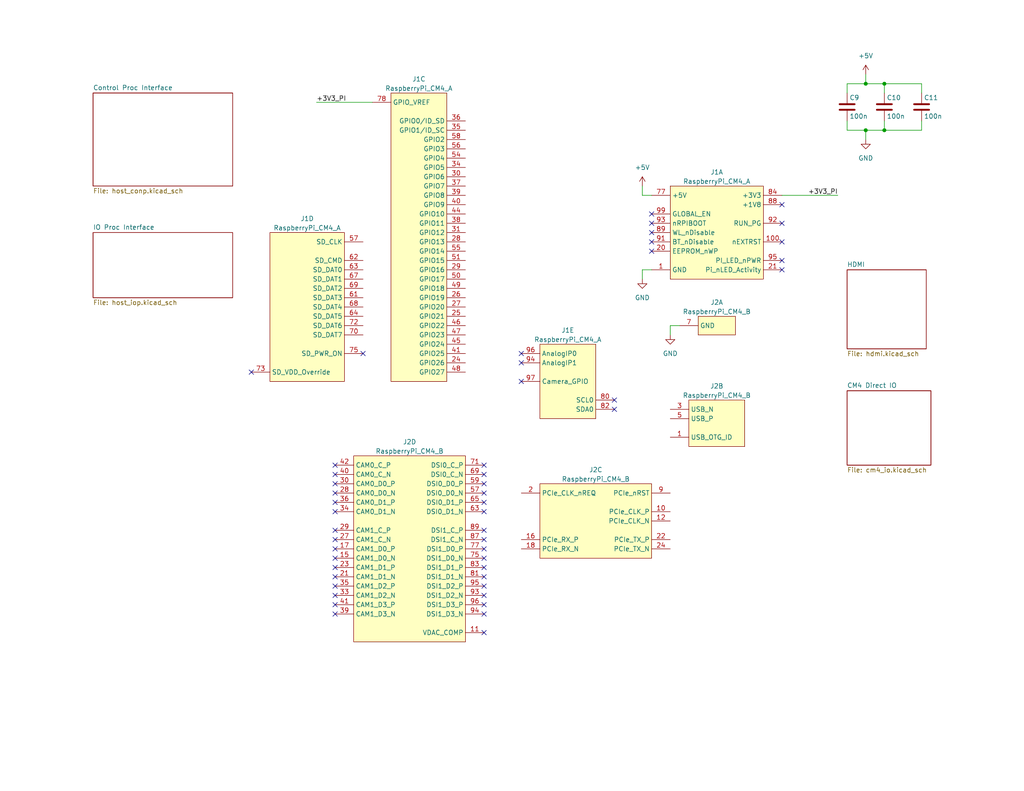
<source format=kicad_sch>
(kicad_sch (version 20211123) (generator eeschema)
  (paper "USLetter")
  (title_block (title "1240-Pi ROM Pack") (date "2022-05-21") (rev "1.0") (company "© 2022 Sam Hanes, licensed under CERN-OHL-S v2+") (comment 1 "https://github.com/Elemecca/1240pi"))
  (lib_symbols
    (symbol "0Local:RaspberryPi_CM4_A"
      (property "Reference" "J" (at 0 3.81 0))
      (property "Value" "RaspberryPi_CM4_A" (at 0 1.27 0))
      (symbol "RaspberryPi_CM4_A_1_1"
        (rectangle (start -12.7 0) (end 12.7 -25.4) (fill (type background)))
        (pin power_in line (at -17.78 -22.86 0) (length 5.08) (name "GND") (number "1"))
        (pin output line (at 17.78 -15.24 180) (length 5.08) (name "nEXTRST") (number "100"))
        (pin passive line (at -17.78 -22.86 0) (length 5.08) hide (name "GND") (number "13"))
        (pin passive line (at -17.78 -22.86 0) (length 5.08) hide (name "GND") (number "14"))
        (pin passive line (at -17.78 -22.86 0) (length 5.08) hide (name "GND") (number "2"))
        (pin input line (at -17.78 -17.78 0) (length 5.08) (name "EEPROM_nWP") (number "20"))
        (pin output line (at 17.78 -22.86 180) (length 5.08) (name "Pi_nLED_Activity") (number "21"))
        (pin passive line (at -17.78 -22.86 0) (length 5.08) hide (name "GND") (number "22"))
        (pin passive line (at -17.78 -22.86 0) (length 5.08) hide (name "GND") (number "23"))
        (pin passive line (at -17.78 -22.86 0) (length 5.08) hide (name "GND") (number "32"))
        (pin passive line (at -17.78 -22.86 0) (length 5.08) hide (name "GND") (number "33"))
        (pin passive line (at -17.78 -22.86 0) (length 5.08) hide (name "GND") (number "42"))
        (pin passive line (at -17.78 -22.86 0) (length 5.08) hide (name "GND") (number "43"))
        (pin passive line (at -17.78 -22.86 0) (length 5.08) hide (name "GND") (number "52"))
        (pin passive line (at -17.78 -22.86 0) (length 5.08) hide (name "GND") (number "53"))
        (pin passive line (at -17.78 -22.86 0) (length 5.08) hide (name "GND") (number "59"))
        (pin passive line (at -17.78 -22.86 0) (length 5.08) hide (name "GND") (number "60"))
        (pin passive line (at -17.78 -22.86 0) (length 5.08) hide (name "GND") (number "65"))
        (pin passive line (at -17.78 -22.86 0) (length 5.08) hide (name "GND") (number "66"))
        (pin passive line (at -17.78 -22.86 0) (length 5.08) hide (name "GND") (number "7"))
        (pin passive line (at -17.78 -22.86 0) (length 5.08) hide (name "GND") (number "71"))
        (pin passive line (at -17.78 -22.86 0) (length 5.08) hide (name "GND") (number "74"))
        (pin power_in line (at -17.78 -2.54 0) (length 5.08) (name "+5V") (number "77"))
        (pin passive line (at -17.78 -2.54 0) (length 5.08) hide (name "+5V") (number "79"))
        (pin passive line (at -17.78 -22.86 0) (length 5.08) hide (name "GND") (number "8"))
        (pin passive line (at -17.78 -2.54 0) (length 5.08) hide (name "+5V") (number "81"))
        (pin passive line (at -17.78 -2.54 0) (length 5.08) hide (name "+5V") (number "83"))
        (pin power_out line (at 17.78 -2.54 180) (length 5.08) (name "+3V3") (number "84"))
        (pin passive line (at -17.78 -2.54 0) (length 5.08) hide (name "+5V") (number "85"))
        (pin power_out line (at 17.78 -2.54 180) (length 5.08) hide (name "+3V3") (number "86"))
        (pin passive line (at -17.78 -2.54 0) (length 5.08) hide (name "+5V") (number "87"))
        (pin power_out line (at 17.78 -5.08 180) (length 5.08) (name "+1V8") (number "88"))
        (pin input line (at -17.78 -12.7 0) (length 5.08) (name "WL_nDisable") (number "89"))
        (pin power_out line (at 17.78 -5.08 180) (length 5.08) hide (name "+1V8") (number "90"))
        (pin input line (at -17.78 -15.24 0) (length 5.08) (name "BT_nDisable") (number "91"))
        (pin bidirectional line (at 17.78 -10.16 180) (length 5.08) (name "RUN_PG") (number "92"))
        (pin input line (at -17.78 -10.16 0) (length 5.08) (name "nRPIBOOT") (number "93"))
        (pin output line (at 17.78 -20.32 180) (length 5.08) (name "PI_LED_nPWR") (number "95"))
        (pin passive line (at -17.78 -22.86 0) (length 5.08) hide (name "GND") (number "98"))
        (pin input line (at -17.78 -7.62 0) (length 5.08) (name "GLOBAL_EN") (number "99"))
      )
      (symbol "RaspberryPi_CM4_A_2_1"
        (rectangle (start -10.16 0) (end 10.16 -40.64) (fill (type background)))
        (pin bidirectional line (at 15.24 -5.08 180) (length 5.08) (name "Ethernet_Pair0_N") (number "10"))
        (pin bidirectional line (at 15.24 -12.7 180) (length 5.08) (name "Ethernet_Pair2_P") (number "11"))
        (pin bidirectional line (at 15.24 -2.54 180) (length 5.08) (name "Ethernet_Pair0_P") (number "12"))
        (pin output line (at 15.24 -30.48 180) (length 5.08) (name "Ethernet_nLED3") (number "15"))
        (pin input line (at 15.24 -35.56 180) (length 5.08) (name "Ethernet_SYNC_IN") (number "16"))
        (pin output line (at 15.24 -27.94 180) (length 5.08) (name "Ethernet_nLED2") (number "17"))
        (pin output line (at 15.24 -38.1 180) (length 5.08) (name "Ethernet_SYNC_OUT") (number "18"))
        (pin output line (at 15.24 -25.4 180) (length 5.08) (name "Ethernet_nLED1") (number "19"))
        (pin bidirectional line (at 15.24 -17.78 180) (length 5.08) (name "Ethernet_Pair3_P") (number "3"))
        (pin bidirectional line (at 15.24 -7.62 180) (length 5.08) (name "Ethernet_Pair1_P") (number "4"))
        (pin bidirectional line (at 15.24 -20.32 180) (length 5.08) (name "Ethernet_Pair3_N") (number "5"))
        (pin bidirectional line (at 15.24 -10.16 180) (length 5.08) (name "Ethernet_Pair1_N") (number "6"))
        (pin bidirectional line (at 15.24 -15.24 180) (length 5.08) (name "Ethernet_Pair2_N") (number "9"))
      )
      (symbol "RaspberryPi_CM4_A_3_1"
        (rectangle (start -7.62 0) (end 7.62 -78.74) (fill (type background)))
        (pin tri_state line (at 12.7 -73.66 180) (length 5.08) (name "GPIO26") (number "24"))
        (pin tri_state line (at 12.7 -60.96 180) (length 5.08) (name "GPIO21") (number "25"))
        (pin tri_state line (at 12.7 -55.88 180) (length 5.08) (name "GPIO19") (number "26"))
        (pin tri_state line (at 12.7 -58.42 180) (length 5.08) (name "GPIO20") (number "27"))
        (pin tri_state line (at 12.7 -40.64 180) (length 5.08) (name "GPIO13") (number "28"))
        (pin tri_state line (at 12.7 -48.26 180) (length 5.08) (name "GPIO16") (number "29"))
        (pin tri_state line (at 12.7 -22.86 180) (length 5.08) (name "GPIO6") (number "30"))
        (pin tri_state line (at 12.7 -38.1 180) (length 5.08) (name "GPIO12") (number "31"))
        (pin tri_state line (at 12.7 -20.32 180) (length 5.08) (name "GPIO5") (number "34"))
        (pin tri_state line (at 12.7 -10.16 180) (length 5.08) (name "GPIO1/ID_SC") (number "35"))
        (pin tri_state line (at 12.7 -7.62 180) (length 5.08) (name "GPIO0/ID_SD") (number "36"))
        (pin tri_state line (at 12.7 -25.4 180) (length 5.08) (name "GPIO7") (number "37"))
        (pin tri_state line (at 12.7 -35.56 180) (length 5.08) (name "GPIO11") (number "38"))
        (pin tri_state line (at 12.7 -27.94 180) (length 5.08) (name "GPIO8") (number "39"))
        (pin tri_state line (at 12.7 -30.48 180) (length 5.08) (name "GPIO9") (number "40"))
        (pin tri_state line (at 12.7 -71.12 180) (length 5.08) (name "GPIO25") (number "41"))
        (pin tri_state line (at 12.7 -33.02 180) (length 5.08) (name "GPIO10") (number "44"))
        (pin tri_state line (at 12.7 -68.58 180) (length 5.08) (name "GPIO24") (number "45"))
        (pin tri_state line (at 12.7 -63.5 180) (length 5.08) (name "GPIO22") (number "46"))
        (pin tri_state line (at 12.7 -66.04 180) (length 5.08) (name "GPIO23") (number "47"))
        (pin tri_state line (at 12.7 -76.2 180) (length 5.08) (name "GPIO27") (number "48"))
        (pin tri_state line (at 12.7 -53.34 180) (length 5.08) (name "GPIO18") (number "49"))
        (pin tri_state line (at 12.7 -50.8 180) (length 5.08) (name "GPIO17") (number "50"))
        (pin tri_state line (at 12.7 -45.72 180) (length 5.08) (name "GPIO15") (number "51"))
        (pin tri_state line (at 12.7 -17.78 180) (length 5.08) (name "GPIO4") (number "54"))
        (pin tri_state line (at 12.7 -43.18 180) (length 5.08) (name "GPIO14") (number "55"))
        (pin tri_state line (at 12.7 -15.24 180) (length 5.08) (name "GPIO3") (number "56"))
        (pin tri_state line (at 12.7 -12.7 180) (length 5.08) (name "GPIO2") (number "58"))
        (pin power_in line (at -12.7 -2.54 0) (length 5.08) (name "GPIO_VREF") (number "78"))
      )
      (symbol "RaspberryPi_CM4_A_4_1"
        (rectangle (start -10.16 0) (end 10.16 -40.64) (fill (type background)))
        (pin output line (at 15.24 -2.54 180) (length 5.08) (name "SD_CLK") (number "57"))
        (pin bidirectional line (at 15.24 -17.78 180) (length 5.08) (name "SD_DAT3") (number "61"))
        (pin output line (at 15.24 -7.62 180) (length 5.08) (name "SD_CMD") (number "62"))
        (pin bidirectional line (at 15.24 -10.16 180) (length 5.08) (name "SD_DAT0") (number "63"))
        (pin bidirectional line (at 15.24 -22.86 180) (length 5.08) (name "SD_DAT5") (number "64"))
        (pin bidirectional line (at 15.24 -12.7 180) (length 5.08) (name "SD_DAT1") (number "67"))
        (pin bidirectional line (at 15.24 -20.32 180) (length 5.08) (name "SD_DAT4") (number "68"))
        (pin bidirectional line (at 15.24 -15.24 180) (length 5.08) (name "SD_DAT2") (number "69"))
        (pin bidirectional line (at 15.24 -27.94 180) (length 5.08) (name "SD_DAT7") (number "70"))
        (pin bidirectional line (at 15.24 -25.4 180) (length 5.08) (name "SD_DAT6") (number "72"))
        (pin input line (at -15.24 -38.1 0) (length 5.08) (name "SD_VDD_Override") (number "73"))
        (pin output line (at 15.24 -33.02 180) (length 5.08) (name "SD_PWR_ON") (number "75"))
      )
      (symbol "RaspberryPi_CM4_A_5_1"
        (rectangle (start -7.62 0) (end 7.62 -20.32) (fill (type background)))
        (pin no_connect line (at -7.62 -7.62 0) (length 5.08) hide (name "Reserved") (number "76"))
        (pin output line (at 12.7 -15.24 180) (length 5.08) (name "SCL0") (number "80"))
        (pin bidirectional line (at 12.7 -17.78 180) (length 5.08) (name "SDA0") (number "82"))
        (pin input line (at -12.7 -5.08 0) (length 5.08) (name "AnalogIP1") (number "94"))
        (pin input line (at -12.7 -2.54 0) (length 5.08) (name "AnalogIP0") (number "96"))
        (pin output line (at -12.7 -10.16 0) (length 5.08) (name "Camera_GPIO") (number "97"))
      )
    )
    (symbol "0Local:RaspberryPi_CM4_B"
      (property "Reference" "J" (at 0 3.81 0))
      (property "Value" "RaspberryPi_CM4_B" (at 0 1.27 0))
      (symbol "RaspberryPi_CM4_B_1_1"
        (rectangle (start -5.08 0) (end 5.08 -5.08) (fill (type background)))
        (pin passive line (at -10.16 -2.54 0) (length 5.08) hide (name "GND") (number "13"))
        (pin passive line (at -10.16 -2.54 0) (length 5.08) hide (name "GND") (number "14"))
        (pin passive line (at -10.16 -2.54 0) (length 5.08) hide (name "GND") (number "19"))
        (pin passive line (at -10.16 -2.54 0) (length 5.08) hide (name "GND") (number "20"))
        (pin passive line (at -10.16 -2.54 0) (length 5.08) hide (name "GND") (number "25"))
        (pin passive line (at -10.16 -2.54 0) (length 5.08) hide (name "GND") (number "26"))
        (pin passive line (at -10.16 -2.54 0) (length 5.08) hide (name "GND") (number "31"))
        (pin passive line (at -10.16 -2.54 0) (length 5.08) hide (name "GND") (number "32"))
        (pin passive line (at -10.16 -2.54 0) (length 5.08) hide (name "GND") (number "37"))
        (pin passive line (at -10.16 -2.54 0) (length 5.08) hide (name "GND") (number "38"))
        (pin passive line (at -10.16 -2.54 0) (length 5.08) hide (name "GND") (number "44"))
        (pin passive line (at -10.16 -2.54 0) (length 5.08) hide (name "GND") (number "50"))
        (pin passive line (at -10.16 -2.54 0) (length 5.08) hide (name "GND") (number "55"))
        (pin passive line (at -10.16 -2.54 0) (length 5.08) hide (name "GND") (number "56"))
        (pin passive line (at -10.16 -2.54 0) (length 5.08) hide (name "GND") (number "61"))
        (pin passive line (at -10.16 -2.54 0) (length 5.08) hide (name "GND") (number "62"))
        (pin passive line (at -10.16 -2.54 0) (length 5.08) hide (name "GND") (number "67"))
        (pin passive line (at -10.16 -2.54 0) (length 5.08) hide (name "GND") (number "68"))
        (pin power_in line (at -10.16 -2.54 0) (length 5.08) (name "GND") (number "7"))
        (pin passive line (at -10.16 -2.54 0) (length 5.08) hide (name "GND") (number "73"))
        (pin passive line (at -10.16 -2.54 0) (length 5.08) hide (name "GND") (number "74"))
        (pin passive line (at -10.16 -2.54 0) (length 5.08) hide (name "GND") (number "79"))
        (pin passive line (at -10.16 -2.54 0) (length 5.08) hide (name "GND") (number "8"))
        (pin passive line (at -10.16 -2.54 0) (length 5.08) hide (name "GND") (number "80"))
        (pin passive line (at -10.16 -2.54 0) (length 5.08) hide (name "GND") (number "85"))
        (pin passive line (at -10.16 -2.54 0) (length 5.08) hide (name "GND") (number "86"))
        (pin passive line (at -10.16 -2.54 0) (length 5.08) hide (name "GND") (number "91"))
        (pin passive line (at -10.16 -2.54 0) (length 5.08) hide (name "GND") (number "92"))
        (pin passive line (at -10.16 -2.54 0) (length 5.08) hide (name "GND") (number "97"))
        (pin passive line (at -10.16 -2.54 0) (length 5.08) hide (name "GND") (number "98"))
      )
      (symbol "RaspberryPi_CM4_B_2_1"
        (rectangle (start -7.62 0) (end 7.62 -12.7) (fill (type background)))
        (pin input line (at -12.7 -10.16 0) (length 5.08) (name "USB_OTG_ID") (number "1"))
        (pin bidirectional line (at -12.7 -2.54 0) (length 5.08) (name "USB_N") (number "3"))
        (pin bidirectional line (at -12.7 -5.08 0) (length 5.08) (name "USB_P") (number "5"))
      )
      (symbol "RaspberryPi_CM4_B_3_1"
        (rectangle (start 15.24 0) (end -15.24 -20.32) (fill (type background)))
        (pin output line (at 20.32 -7.62 180) (length 5.08) (name "PCIe_CLK_P") (number "10"))
        (pin output line (at 20.32 -10.16 180) (length 5.08) (name "PCIe_CLK_N") (number "12"))
        (pin input line (at -20.32 -15.24 0) (length 5.08) (name "PCIe_RX_P") (number "16"))
        (pin input line (at -20.32 -17.78 0) (length 5.08) (name "PCIe_RX_N") (number "18"))
        (pin input line (at -20.32 -2.54 0) (length 5.08) (name "PCIe_CLK_nREQ") (number "2"))
        (pin output line (at 20.32 -15.24 180) (length 5.08) (name "PCIe_TX_P") (number "22"))
        (pin output line (at 20.32 -17.78 180) (length 5.08) (name "PCIe_TX_N") (number "24"))
        (pin output line (at 20.32 -2.54 180) (length 5.08) (name "PCIe_nRST") (number "9"))
      )
      (symbol "RaspberryPi_CM4_B_4_1"
        (rectangle (start -15.24 0) (end 15.24 -50.8) (fill (type background)))
        (pin output line (at 20.32 -48.26 180) (length 5.08) (name "VDAC_COMP") (number "11"))
        (pin input line (at -20.32 -27.94 0) (length 5.08) (name "CAM1_D0_N") (number "15"))
        (pin input line (at -20.32 -25.4 0) (length 5.08) (name "CAM1_D0_P") (number "17"))
        (pin input line (at -20.32 -33.02 0) (length 5.08) (name "CAM1_D1_N") (number "21"))
        (pin input line (at -20.32 -30.48 0) (length 5.08) (name "CAM1_D1_P") (number "23"))
        (pin output line (at -20.32 -22.86 0) (length 5.08) (name "CAM1_C_N") (number "27"))
        (pin input line (at -20.32 -10.16 0) (length 5.08) (name "CAM0_D0_N") (number "28"))
        (pin output line (at -20.32 -20.32 0) (length 5.08) (name "CAM1_C_P") (number "29"))
        (pin input line (at -20.32 -7.62 0) (length 5.08) (name "CAM0_D0_P") (number "30"))
        (pin input line (at -20.32 -38.1 0) (length 5.08) (name "CAM1_D2_N") (number "33"))
        (pin input line (at -20.32 -15.24 0) (length 5.08) (name "CAM0_D1_N") (number "34"))
        (pin input line (at -20.32 -35.56 0) (length 5.08) (name "CAM1_D2_P") (number "35"))
        (pin input line (at -20.32 -12.7 0) (length 5.08) (name "CAM0_D1_P") (number "36"))
        (pin input line (at -20.32 -43.18 0) (length 5.08) (name "CAM1_D3_N") (number "39"))
        (pin no_connect line (at -15.24 -48.26 0) (length 5.08) hide (name "Reserved") (number "4"))
        (pin output line (at -20.32 -5.08 0) (length 5.08) (name "CAM0_C_N") (number "40"))
        (pin input line (at -20.32 -40.64 0) (length 5.08) (name "CAM1_D3_P") (number "41"))
        (pin output line (at -20.32 -2.54 0) (length 5.08) (name "CAM0_C_P") (number "42"))
        (pin output line (at 20.32 -10.16 180) (length 5.08) (name "DSI0_D0_N") (number "57"))
        (pin output line (at 20.32 -7.62 180) (length 5.08) (name "DSI0_D0_P") (number "59"))
        (pin no_connect line (at -15.24 -48.26 0) (length 5.08) hide (name "Reserved") (number "6"))
        (pin output line (at 20.32 -15.24 180) (length 5.08) (name "DSI0_D1_N") (number "63"))
        (pin output line (at 20.32 -12.7 180) (length 5.08) (name "DSI0_D1_P") (number "65"))
        (pin output line (at 20.32 -5.08 180) (length 5.08) (name "DSI0_C_N") (number "69"))
        (pin output line (at 20.32 -2.54 180) (length 5.08) (name "DSI0_C_P") (number "71"))
        (pin output line (at 20.32 -27.94 180) (length 5.08) (name "DSI1_D0_N") (number "75"))
        (pin output line (at 20.32 -25.4 180) (length 5.08) (name "DSI1_D0_P") (number "77"))
        (pin output line (at 20.32 -33.02 180) (length 5.08) (name "DSI1_D1_N") (number "81"))
        (pin output line (at 20.32 -30.48 180) (length 5.08) (name "DSI1_D1_P") (number "83"))
        (pin output line (at 20.32 -22.86 180) (length 5.08) (name "DSI1_C_N") (number "87"))
        (pin output line (at 20.32 -20.32 180) (length 5.08) (name "DSI1_C_P") (number "89"))
        (pin output line (at 20.32 -38.1 180) (length 5.08) (name "DSI1_D2_N") (number "93"))
        (pin output line (at 20.32 -43.18 180) (length 5.08) (name "DSI1_D3_N") (number "94"))
        (pin output line (at 20.32 -35.56 180) (length 5.08) (name "DSI1_D2_P") (number "95"))
        (pin output line (at 20.32 -40.64 180) (length 5.08) (name "DSI1_D3_P") (number "96"))
      )
      (symbol "RaspberryPi_CM4_B_5_1"
        (rectangle (start -10.16 0) (end 10.16 -66.04) (fill (type background)))
        (pin output line (at 15.24 -30.48 180) (length 5.08) (name "HDMI0_SCL") (number "100"))
        (pin input line (at 15.24 -35.56 180) (length 5.08) (name "HDMI1_HOTPLUG") (number "43"))
        (pin output line (at 15.24 -60.96 180) (length 5.08) (name "HDMI1_SDA") (number "45"))
        (pin output line (at 15.24 -55.88 180) (length 5.08) (name "HDMI1_TX2_P") (number "46"))
        (pin output line (at 15.24 -63.5 180) (length 5.08) (name "HDMI1_SCL") (number "47"))
        (pin output line (at 15.24 -58.42 180) (length 5.08) (name "HDMI1_TX2_N") (number "48"))
        (pin input line (at 15.24 -38.1 180) (length 5.08) (name "HDMI1_CEC") (number "49"))
        (pin input line (at 15.24 -5.08 180) (length 5.08) (name "HDMI0_CEC") (number "51"))
        (pin output line (at 15.24 -50.8 180) (length 5.08) (name "HDMI1_TX1_P") (number "52"))
        (pin input line (at 15.24 -2.54 180) (length 5.08) (name "HDMI0_HOTPLUG") (number "53"))
        (pin output line (at 15.24 -53.34 180) (length 5.08) (name "HDMI1_TX1_N") (number "54"))
        (pin output line (at 15.24 -45.72 180) (length 5.08) (name "HDMI1_TX0_P") (number "58"))
        (pin output line (at 15.24 -48.26 180) (length 5.08) (name "HDMI1_TX0_N") (number "60"))
        (pin output line (at 15.24 -40.64 180) (length 5.08) (name "HDMI1_CLK_P") (number "64"))
        (pin output line (at 15.24 -43.18 180) (length 5.08) (name "HDMI1_CLK_N") (number "66"))
        (pin output line (at 15.24 -22.86 180) (length 5.08) (name "HDMI0_TX2_P") (number "70"))
        (pin output line (at 15.24 -25.4 180) (length 5.08) (name "HDMI0_TX2_N") (number "72"))
        (pin output line (at 15.24 -17.78 180) (length 5.08) (name "HDMI0_TX1_P") (number "76"))
        (pin output line (at 15.24 -20.32 180) (length 5.08) (name "HDMI0_TX1_N") (number "78"))
        (pin output line (at 15.24 -12.7 180) (length 5.08) (name "HDMI0_TX0_P") (number "82"))
        (pin output line (at 15.24 -15.24 180) (length 5.08) (name "HDMI0_TX0_N") (number "84"))
        (pin output line (at 15.24 -7.62 180) (length 5.08) (name "HDMI0_CLK_P") (number "88"))
        (pin output line (at 15.24 -10.16 180) (length 5.08) (name "HDMI0_CLK_N") (number "90"))
        (pin output line (at 15.24 -27.94 180) (length 5.08) (name "HDMI0_SDA") (number "99"))
      )
    )
    (symbol "Device:C" (pin_numbers hide) (pin_names (offset 0.254))
      (property "Reference" "C" (at 0.635 2.54 0))
      (property "Value" "C" (at 0.635 -2.54 0))
      (symbol "C_0_1"
        (polyline (pts (xy -2.032 -0.762) (xy 2.032 -0.762)) (stroke (width 0.508)))
        (polyline (pts (xy -2.032 0.762) (xy 2.032 0.762)) (stroke (width 0.508)))
      )
      (symbol "C_1_1"
        (pin passive line (at 0 3.81 270) (length 2.794) (name "~") (number "1"))
        (pin passive line (at 0 -3.81 90) (length 2.794) (name "~") (number "2"))
      )
    )
    (symbol "RaspberryPi_CM4_B_1"
      (property "Reference" "J" (at 0 3.81 0))
      (property "Value" "RaspberryPi_CM4_B_1" (at 0 1.27 0))
      (symbol "RaspberryPi_CM4_B_1_1_1"
        (rectangle (start -5.08 0) (end 5.08 -5.08) (fill (type background)))
        (pin passive line (at -10.16 -2.54 0) (length 5.08) hide (name "GND") (number "13"))
        (pin passive line (at -10.16 -2.54 0) (length 5.08) hide (name "GND") (number "14"))
        (pin passive line (at -10.16 -2.54 0) (length 5.08) hide (name "GND") (number "19"))
        (pin passive line (at -10.16 -2.54 0) (length 5.08) hide (name "GND") (number "20"))
        (pin passive line (at -10.16 -2.54 0) (length 5.08) hide (name "GND") (number "25"))
        (pin passive line (at -10.16 -2.54 0) (length 5.08) hide (name "GND") (number "26"))
        (pin passive line (at -10.16 -2.54 0) (length 5.08) hide (name "GND") (number "31"))
        (pin passive line (at -10.16 -2.54 0) (length 5.08) hide (name "GND") (number "32"))
        (pin passive line (at -10.16 -2.54 0) (length 5.08) hide (name "GND") (number "37"))
        (pin passive line (at -10.16 -2.54 0) (length 5.08) hide (name "GND") (number "38"))
        (pin passive line (at -10.16 -2.54 0) (length 5.08) hide (name "GND") (number "44"))
        (pin passive line (at -10.16 -2.54 0) (length 5.08) hide (name "GND") (number "50"))
        (pin passive line (at -10.16 -2.54 0) (length 5.08) hide (name "GND") (number "55"))
        (pin passive line (at -10.16 -2.54 0) (length 5.08) hide (name "GND") (number "56"))
        (pin passive line (at -10.16 -2.54 0) (length 5.08) hide (name "GND") (number "61"))
        (pin passive line (at -10.16 -2.54 0) (length 5.08) hide (name "GND") (number "62"))
        (pin passive line (at -10.16 -2.54 0) (length 5.08) hide (name "GND") (number "67"))
        (pin passive line (at -10.16 -2.54 0) (length 5.08) hide (name "GND") (number "68"))
        (pin power_in line (at -10.16 -2.54 0) (length 5.08) (name "GND") (number "7"))
        (pin passive line (at -10.16 -2.54 0) (length 5.08) hide (name "GND") (number "73"))
        (pin passive line (at -10.16 -2.54 0) (length 5.08) hide (name "GND") (number "74"))
        (pin passive line (at -10.16 -2.54 0) (length 5.08) hide (name "GND") (number "79"))
        (pin passive line (at -10.16 -2.54 0) (length 5.08) hide (name "GND") (number "8"))
        (pin passive line (at -10.16 -2.54 0) (length 5.08) hide (name "GND") (number "80"))
        (pin passive line (at -10.16 -2.54 0) (length 5.08) hide (name "GND") (number "85"))
        (pin passive line (at -10.16 -2.54 0) (length 5.08) hide (name "GND") (number "86"))
        (pin passive line (at -10.16 -2.54 0) (length 5.08) hide (name "GND") (number "91"))
        (pin passive line (at -10.16 -2.54 0) (length 5.08) hide (name "GND") (number "92"))
        (pin passive line (at -10.16 -2.54 0) (length 5.08) hide (name "GND") (number "97"))
        (pin passive line (at -10.16 -2.54 0) (length 5.08) hide (name "GND") (number "98"))
      )
      (symbol "RaspberryPi_CM4_B_1_2_1"
        (rectangle (start -7.62 0) (end 7.62 -12.7) (fill (type background)))
        (pin input line (at -12.7 -10.16 0) (length 5.08) (name "USB_OTG_ID") (number "1"))
        (pin bidirectional line (at -12.7 -2.54 0) (length 5.08) (name "USB_N") (number "3"))
        (pin bidirectional line (at -12.7 -5.08 0) (length 5.08) (name "USB_P") (number "5"))
      )
      (symbol "RaspberryPi_CM4_B_1_3_1"
        (rectangle (start 15.24 0) (end -15.24 -20.32) (fill (type background)))
        (pin output line (at 20.32 -7.62 180) (length 5.08) (name "PCIe_CLK_P") (number "10"))
        (pin output line (at 20.32 -10.16 180) (length 5.08) (name "PCIe_CLK_N") (number "12"))
        (pin input line (at -20.32 -15.24 0) (length 5.08) (name "PCIe_RX_P") (number "16"))
        (pin input line (at -20.32 -17.78 0) (length 5.08) (name "PCIe_RX_N") (number "18"))
        (pin input line (at -20.32 -2.54 0) (length 5.08) (name "PCIe_CLK_nREQ") (number "2"))
        (pin output line (at 20.32 -15.24 180) (length 5.08) (name "PCIe_TX_P") (number "22"))
        (pin output line (at 20.32 -17.78 180) (length 5.08) (name "PCIe_TX_N") (number "24"))
        (pin output line (at 20.32 -2.54 180) (length 5.08) (name "PCIe_nRST") (number "9"))
      )
      (symbol "RaspberryPi_CM4_B_1_4_1"
        (rectangle (start -15.24 0) (end 15.24 -50.8) (fill (type background)))
        (pin output line (at 20.32 -48.26 180) (length 5.08) (name "VDAC_COMP") (number "11"))
        (pin input line (at -20.32 -27.94 0) (length 5.08) (name "CAM1_D0_N") (number "15"))
        (pin input line (at -20.32 -25.4 0) (length 5.08) (name "CAM1_D0_P") (number "17"))
        (pin input line (at -20.32 -33.02 0) (length 5.08) (name "CAM1_D1_N") (number "21"))
        (pin input line (at -20.32 -30.48 0) (length 5.08) (name "CAM1_D1_P") (number "23"))
        (pin output line (at -20.32 -22.86 0) (length 5.08) (name "CAM1_C_N") (number "27"))
        (pin input line (at -20.32 -10.16 0) (length 5.08) (name "CAM0_D0_N") (number "28"))
        (pin output line (at -20.32 -20.32 0) (length 5.08) (name "CAM1_C_P") (number "29"))
        (pin input line (at -20.32 -7.62 0) (length 5.08) (name "CAM0_D0_P") (number "30"))
        (pin input line (at -20.32 -38.1 0) (length 5.08) (name "CAM1_D2_N") (number "33"))
        (pin input line (at -20.32 -15.24 0) (length 5.08) (name "CAM0_D1_N") (number "34"))
        (pin input line (at -20.32 -35.56 0) (length 5.08) (name "CAM1_D2_P") (number "35"))
        (pin input line (at -20.32 -12.7 0) (length 5.08) (name "CAM0_D1_P") (number "36"))
        (pin input line (at -20.32 -43.18 0) (length 5.08) (name "CAM1_D3_N") (number "39"))
        (pin no_connect line (at -15.24 -48.26 0) (length 5.08) hide (name "Reserved") (number "4"))
        (pin output line (at -20.32 -5.08 0) (length 5.08) (name "CAM0_C_N") (number "40"))
        (pin input line (at -20.32 -40.64 0) (length 5.08) (name "CAM1_D3_P") (number "41"))
        (pin output line (at -20.32 -2.54 0) (length 5.08) (name "CAM0_C_P") (number "42"))
        (pin output line (at 20.32 -10.16 180) (length 5.08) (name "DSI0_D0_N") (number "57"))
        (pin output line (at 20.32 -7.62 180) (length 5.08) (name "DSI0_D0_P") (number "59"))
        (pin no_connect line (at -15.24 -48.26 0) (length 5.08) hide (name "Reserved") (number "6"))
        (pin output line (at 20.32 -15.24 180) (length 5.08) (name "DSI0_D1_N") (number "63"))
        (pin output line (at 20.32 -12.7 180) (length 5.08) (name "DSI0_D1_P") (number "65"))
        (pin output line (at 20.32 -5.08 180) (length 5.08) (name "DSI0_C_N") (number "69"))
        (pin output line (at 20.32 -2.54 180) (length 5.08) (name "DSI0_C_P") (number "71"))
        (pin output line (at 20.32 -27.94 180) (length 5.08) (name "DSI1_D0_N") (number "75"))
        (pin output line (at 20.32 -25.4 180) (length 5.08) (name "DSI1_D0_P") (number "77"))
        (pin output line (at 20.32 -33.02 180) (length 5.08) (name "DSI1_D1_N") (number "81"))
        (pin output line (at 20.32 -30.48 180) (length 5.08) (name "DSI1_D1_P") (number "83"))
        (pin output line (at 20.32 -22.86 180) (length 5.08) (name "DSI1_C_N") (number "87"))
        (pin output line (at 20.32 -20.32 180) (length 5.08) (name "DSI1_C_P") (number "89"))
        (pin output line (at 20.32 -38.1 180) (length 5.08) (name "DSI1_D2_N") (number "93"))
        (pin output line (at 20.32 -43.18 180) (length 5.08) (name "DSI1_D3_N") (number "94"))
        (pin output line (at 20.32 -35.56 180) (length 5.08) (name "DSI1_D2_P") (number "95"))
        (pin output line (at 20.32 -40.64 180) (length 5.08) (name "DSI1_D3_P") (number "96"))
      )
      (symbol "RaspberryPi_CM4_B_1_5_1"
        (rectangle (start -10.16 0) (end 10.16 -66.04) (fill (type background)))
        (pin output line (at 15.24 -30.48 180) (length 5.08) (name "HDMI0_SCL") (number "100"))
        (pin input line (at 15.24 -35.56 180) (length 5.08) (name "HDMI1_HOTPLUG") (number "43"))
        (pin output line (at 15.24 -60.96 180) (length 5.08) (name "HDMI1_SDA") (number "45"))
        (pin output line (at 15.24 -55.88 180) (length 5.08) (name "HDMI1_TX2_P") (number "46"))
        (pin output line (at 15.24 -63.5 180) (length 5.08) (name "HDMI1_SCL") (number "47"))
        (pin output line (at 15.24 -58.42 180) (length 5.08) (name "HDMI1_TX2_N") (number "48"))
        (pin input line (at 15.24 -38.1 180) (length 5.08) (name "HDMI1_CEC") (number "49"))
        (pin input line (at 15.24 -5.08 180) (length 5.08) (name "HDMI0_CEC") (number "51"))
        (pin output line (at 15.24 -50.8 180) (length 5.08) (name "HDMI1_TX1_P") (number "52"))
        (pin input line (at 15.24 -2.54 180) (length 5.08) (name "HDMI0_HOTPLUG") (number "53"))
        (pin output line (at 15.24 -53.34 180) (length 5.08) (name "HDMI1_TX1_N") (number "54"))
        (pin output line (at 15.24 -45.72 180) (length 5.08) (name "HDMI1_TX0_P") (number "58"))
        (pin output line (at 15.24 -48.26 180) (length 5.08) (name "HDMI1_TX0_N") (number "60"))
        (pin output line (at 15.24 -40.64 180) (length 5.08) (name "HDMI1_CLK_P") (number "64"))
        (pin output line (at 15.24 -43.18 180) (length 5.08) (name "HDMI1_CLK_N") (number "66"))
        (pin output line (at 15.24 -22.86 180) (length 5.08) (name "HDMI0_TX2_P") (number "70"))
        (pin output line (at 15.24 -25.4 180) (length 5.08) (name "HDMI0_TX2_N") (number "72"))
        (pin output line (at 15.24 -17.78 180) (length 5.08) (name "HDMI0_TX1_P") (number "76"))
        (pin output line (at 15.24 -20.32 180) (length 5.08) (name "HDMI0_TX1_N") (number "78"))
        (pin output line (at 15.24 -12.7 180) (length 5.08) (name "HDMI0_TX0_P") (number "82"))
        (pin output line (at 15.24 -15.24 180) (length 5.08) (name "HDMI0_TX0_N") (number "84"))
        (pin output line (at 15.24 -7.62 180) (length 5.08) (name "HDMI0_CLK_P") (number "88"))
        (pin output line (at 15.24 -10.16 180) (length 5.08) (name "HDMI0_CLK_N") (number "90"))
        (pin output line (at 15.24 -27.94 180) (length 5.08) (name "HDMI0_SDA") (number "99"))
      )
    )
    (symbol "RaspberryPi_CM4_B_2"
      (property "Reference" "J" (at 0 3.81 0))
      (property "Value" "RaspberryPi_CM4_B_2" (at 0 1.27 0))
      (symbol "RaspberryPi_CM4_B_2_1_1"
        (rectangle (start -5.08 0) (end 5.08 -5.08) (fill (type background)))
        (pin passive line (at -10.16 -2.54 0) (length 5.08) hide (name "GND") (number "13"))
        (pin passive line (at -10.16 -2.54 0) (length 5.08) hide (name "GND") (number "14"))
        (pin passive line (at -10.16 -2.54 0) (length 5.08) hide (name "GND") (number "19"))
        (pin passive line (at -10.16 -2.54 0) (length 5.08) hide (name "GND") (number "20"))
        (pin passive line (at -10.16 -2.54 0) (length 5.08) hide (name "GND") (number "25"))
        (pin passive line (at -10.16 -2.54 0) (length 5.08) hide (name "GND") (number "26"))
        (pin passive line (at -10.16 -2.54 0) (length 5.08) hide (name "GND") (number "31"))
        (pin passive line (at -10.16 -2.54 0) (length 5.08) hide (name "GND") (number "32"))
        (pin passive line (at -10.16 -2.54 0) (length 5.08) hide (name "GND") (number "37"))
        (pin passive line (at -10.16 -2.54 0) (length 5.08) hide (name "GND") (number "38"))
        (pin passive line (at -10.16 -2.54 0) (length 5.08) hide (name "GND") (number "44"))
        (pin passive line (at -10.16 -2.54 0) (length 5.08) hide (name "GND") (number "50"))
        (pin passive line (at -10.16 -2.54 0) (length 5.08) hide (name "GND") (number "55"))
        (pin passive line (at -10.16 -2.54 0) (length 5.08) hide (name "GND") (number "56"))
        (pin passive line (at -10.16 -2.54 0) (length 5.08) hide (name "GND") (number "61"))
        (pin passive line (at -10.16 -2.54 0) (length 5.08) hide (name "GND") (number "62"))
        (pin passive line (at -10.16 -2.54 0) (length 5.08) hide (name "GND") (number "67"))
        (pin passive line (at -10.16 -2.54 0) (length 5.08) hide (name "GND") (number "68"))
        (pin power_in line (at -10.16 -2.54 0) (length 5.08) (name "GND") (number "7"))
        (pin passive line (at -10.16 -2.54 0) (length 5.08) hide (name "GND") (number "73"))
        (pin passive line (at -10.16 -2.54 0) (length 5.08) hide (name "GND") (number "74"))
        (pin passive line (at -10.16 -2.54 0) (length 5.08) hide (name "GND") (number "79"))
        (pin passive line (at -10.16 -2.54 0) (length 5.08) hide (name "GND") (number "8"))
        (pin passive line (at -10.16 -2.54 0) (length 5.08) hide (name "GND") (number "80"))
        (pin passive line (at -10.16 -2.54 0) (length 5.08) hide (name "GND") (number "85"))
        (pin passive line (at -10.16 -2.54 0) (length 5.08) hide (name "GND") (number "86"))
        (pin passive line (at -10.16 -2.54 0) (length 5.08) hide (name "GND") (number "91"))
        (pin passive line (at -10.16 -2.54 0) (length 5.08) hide (name "GND") (number "92"))
        (pin passive line (at -10.16 -2.54 0) (length 5.08) hide (name "GND") (number "97"))
        (pin passive line (at -10.16 -2.54 0) (length 5.08) hide (name "GND") (number "98"))
      )
      (symbol "RaspberryPi_CM4_B_2_2_1"
        (rectangle (start -7.62 0) (end 7.62 -12.7) (fill (type background)))
        (pin input line (at -12.7 -10.16 0) (length 5.08) (name "USB_OTG_ID") (number "1"))
        (pin bidirectional line (at -12.7 -2.54 0) (length 5.08) (name "USB_N") (number "3"))
        (pin bidirectional line (at -12.7 -5.08 0) (length 5.08) (name "USB_P") (number "5"))
      )
      (symbol "RaspberryPi_CM4_B_2_3_1"
        (rectangle (start 15.24 0) (end -15.24 -20.32) (fill (type background)))
        (pin output line (at 20.32 -7.62 180) (length 5.08) (name "PCIe_CLK_P") (number "10"))
        (pin output line (at 20.32 -10.16 180) (length 5.08) (name "PCIe_CLK_N") (number "12"))
        (pin input line (at -20.32 -15.24 0) (length 5.08) (name "PCIe_RX_P") (number "16"))
        (pin input line (at -20.32 -17.78 0) (length 5.08) (name "PCIe_RX_N") (number "18"))
        (pin input line (at -20.32 -2.54 0) (length 5.08) (name "PCIe_CLK_nREQ") (number "2"))
        (pin output line (at 20.32 -15.24 180) (length 5.08) (name "PCIe_TX_P") (number "22"))
        (pin output line (at 20.32 -17.78 180) (length 5.08) (name "PCIe_TX_N") (number "24"))
        (pin output line (at 20.32 -2.54 180) (length 5.08) (name "PCIe_nRST") (number "9"))
      )
      (symbol "RaspberryPi_CM4_B_2_4_1"
        (rectangle (start -15.24 0) (end 15.24 -50.8) (fill (type background)))
        (pin output line (at 20.32 -48.26 180) (length 5.08) (name "VDAC_COMP") (number "11"))
        (pin input line (at -20.32 -27.94 0) (length 5.08) (name "CAM1_D0_N") (number "15"))
        (pin input line (at -20.32 -25.4 0) (length 5.08) (name "CAM1_D0_P") (number "17"))
        (pin input line (at -20.32 -33.02 0) (length 5.08) (name "CAM1_D1_N") (number "21"))
        (pin input line (at -20.32 -30.48 0) (length 5.08) (name "CAM1_D1_P") (number "23"))
        (pin output line (at -20.32 -22.86 0) (length 5.08) (name "CAM1_C_N") (number "27"))
        (pin input line (at -20.32 -10.16 0) (length 5.08) (name "CAM0_D0_N") (number "28"))
        (pin output line (at -20.32 -20.32 0) (length 5.08) (name "CAM1_C_P") (number "29"))
        (pin input line (at -20.32 -7.62 0) (length 5.08) (name "CAM0_D0_P") (number "30"))
        (pin input line (at -20.32 -38.1 0) (length 5.08) (name "CAM1_D2_N") (number "33"))
        (pin input line (at -20.32 -15.24 0) (length 5.08) (name "CAM0_D1_N") (number "34"))
        (pin input line (at -20.32 -35.56 0) (length 5.08) (name "CAM1_D2_P") (number "35"))
        (pin input line (at -20.32 -12.7 0) (length 5.08) (name "CAM0_D1_P") (number "36"))
        (pin input line (at -20.32 -43.18 0) (length 5.08) (name "CAM1_D3_N") (number "39"))
        (pin no_connect line (at -15.24 -48.26 0) (length 5.08) hide (name "Reserved") (number "4"))
        (pin output line (at -20.32 -5.08 0) (length 5.08) (name "CAM0_C_N") (number "40"))
        (pin input line (at -20.32 -40.64 0) (length 5.08) (name "CAM1_D3_P") (number "41"))
        (pin output line (at -20.32 -2.54 0) (length 5.08) (name "CAM0_C_P") (number "42"))
        (pin output line (at 20.32 -10.16 180) (length 5.08) (name "DSI0_D0_N") (number "57"))
        (pin output line (at 20.32 -7.62 180) (length 5.08) (name "DSI0_D0_P") (number "59"))
        (pin no_connect line (at -15.24 -48.26 0) (length 5.08) hide (name "Reserved") (number "6"))
        (pin output line (at 20.32 -15.24 180) (length 5.08) (name "DSI0_D1_N") (number "63"))
        (pin output line (at 20.32 -12.7 180) (length 5.08) (name "DSI0_D1_P") (number "65"))
        (pin output line (at 20.32 -5.08 180) (length 5.08) (name "DSI0_C_N") (number "69"))
        (pin output line (at 20.32 -2.54 180) (length 5.08) (name "DSI0_C_P") (number "71"))
        (pin output line (at 20.32 -27.94 180) (length 5.08) (name "DSI1_D0_N") (number "75"))
        (pin output line (at 20.32 -25.4 180) (length 5.08) (name "DSI1_D0_P") (number "77"))
        (pin output line (at 20.32 -33.02 180) (length 5.08) (name "DSI1_D1_N") (number "81"))
        (pin output line (at 20.32 -30.48 180) (length 5.08) (name "DSI1_D1_P") (number "83"))
        (pin output line (at 20.32 -22.86 180) (length 5.08) (name "DSI1_C_N") (number "87"))
        (pin output line (at 20.32 -20.32 180) (length 5.08) (name "DSI1_C_P") (number "89"))
        (pin output line (at 20.32 -38.1 180) (length 5.08) (name "DSI1_D2_N") (number "93"))
        (pin output line (at 20.32 -43.18 180) (length 5.08) (name "DSI1_D3_N") (number "94"))
        (pin output line (at 20.32 -35.56 180) (length 5.08) (name "DSI1_D2_P") (number "95"))
        (pin output line (at 20.32 -40.64 180) (length 5.08) (name "DSI1_D3_P") (number "96"))
      )
      (symbol "RaspberryPi_CM4_B_2_5_1"
        (rectangle (start -10.16 0) (end 10.16 -66.04) (fill (type background)))
        (pin output line (at 15.24 -30.48 180) (length 5.08) (name "HDMI0_SCL") (number "100"))
        (pin input line (at 15.24 -35.56 180) (length 5.08) (name "HDMI1_HOTPLUG") (number "43"))
        (pin output line (at 15.24 -60.96 180) (length 5.08) (name "HDMI1_SDA") (number "45"))
        (pin output line (at 15.24 -55.88 180) (length 5.08) (name "HDMI1_TX2_P") (number "46"))
        (pin output line (at 15.24 -63.5 180) (length 5.08) (name "HDMI1_SCL") (number "47"))
        (pin output line (at 15.24 -58.42 180) (length 5.08) (name "HDMI1_TX2_N") (number "48"))
        (pin input line (at 15.24 -38.1 180) (length 5.08) (name "HDMI1_CEC") (number "49"))
        (pin input line (at 15.24 -5.08 180) (length 5.08) (name "HDMI0_CEC") (number "51"))
        (pin output line (at 15.24 -50.8 180) (length 5.08) (name "HDMI1_TX1_P") (number "52"))
        (pin input line (at 15.24 -2.54 180) (length 5.08) (name "HDMI0_HOTPLUG") (number "53"))
        (pin output line (at 15.24 -53.34 180) (length 5.08) (name "HDMI1_TX1_N") (number "54"))
        (pin output line (at 15.24 -45.72 180) (length 5.08) (name "HDMI1_TX0_P") (number "58"))
        (pin output line (at 15.24 -48.26 180) (length 5.08) (name "HDMI1_TX0_N") (number "60"))
        (pin output line (at 15.24 -40.64 180) (length 5.08) (name "HDMI1_CLK_P") (number "64"))
        (pin output line (at 15.24 -43.18 180) (length 5.08) (name "HDMI1_CLK_N") (number "66"))
        (pin output line (at 15.24 -22.86 180) (length 5.08) (name "HDMI0_TX2_P") (number "70"))
        (pin output line (at 15.24 -25.4 180) (length 5.08) (name "HDMI0_TX2_N") (number "72"))
        (pin output line (at 15.24 -17.78 180) (length 5.08) (name "HDMI0_TX1_P") (number "76"))
        (pin output line (at 15.24 -20.32 180) (length 5.08) (name "HDMI0_TX1_N") (number "78"))
        (pin output line (at 15.24 -12.7 180) (length 5.08) (name "HDMI0_TX0_P") (number "82"))
        (pin output line (at 15.24 -15.24 180) (length 5.08) (name "HDMI0_TX0_N") (number "84"))
        (pin output line (at 15.24 -7.62 180) (length 5.08) (name "HDMI0_CLK_P") (number "88"))
        (pin output line (at 15.24 -10.16 180) (length 5.08) (name "HDMI0_CLK_N") (number "90"))
        (pin output line (at 15.24 -27.94 180) (length 5.08) (name "HDMI0_SDA") (number "99"))
      )
    )
    (symbol "RaspberryPi_CM4_B_3"
      (property "Reference" "J" (at 0 3.81 0))
      (property "Value" "RaspberryPi_CM4_B_3" (at 0 1.27 0))
      (symbol "RaspberryPi_CM4_B_3_1_1"
        (rectangle (start -5.08 0) (end 5.08 -5.08) (fill (type background)))
        (pin passive line (at -10.16 -2.54 0) (length 5.08) hide (name "GND") (number "13"))
        (pin passive line (at -10.16 -2.54 0) (length 5.08) hide (name "GND") (number "14"))
        (pin passive line (at -10.16 -2.54 0) (length 5.08) hide (name "GND") (number "19"))
        (pin passive line (at -10.16 -2.54 0) (length 5.08) hide (name "GND") (number "20"))
        (pin passive line (at -10.16 -2.54 0) (length 5.08) hide (name "GND") (number "25"))
        (pin passive line (at -10.16 -2.54 0) (length 5.08) hide (name "GND") (number "26"))
        (pin passive line (at -10.16 -2.54 0) (length 5.08) hide (name "GND") (number "31"))
        (pin passive line (at -10.16 -2.54 0) (length 5.08) hide (name "GND") (number "32"))
        (pin passive line (at -10.16 -2.54 0) (length 5.08) hide (name "GND") (number "37"))
        (pin passive line (at -10.16 -2.54 0) (length 5.08) hide (name "GND") (number "38"))
        (pin passive line (at -10.16 -2.54 0) (length 5.08) hide (name "GND") (number "44"))
        (pin passive line (at -10.16 -2.54 0) (length 5.08) hide (name "GND") (number "50"))
        (pin passive line (at -10.16 -2.54 0) (length 5.08) hide (name "GND") (number "55"))
        (pin passive line (at -10.16 -2.54 0) (length 5.08) hide (name "GND") (number "56"))
        (pin passive line (at -10.16 -2.54 0) (length 5.08) hide (name "GND") (number "61"))
        (pin passive line (at -10.16 -2.54 0) (length 5.08) hide (name "GND") (number "62"))
        (pin passive line (at -10.16 -2.54 0) (length 5.08) hide (name "GND") (number "67"))
        (pin passive line (at -10.16 -2.54 0) (length 5.08) hide (name "GND") (number "68"))
        (pin power_in line (at -10.16 -2.54 0) (length 5.08) (name "GND") (number "7"))
        (pin passive line (at -10.16 -2.54 0) (length 5.08) hide (name "GND") (number "73"))
        (pin passive line (at -10.16 -2.54 0) (length 5.08) hide (name "GND") (number "74"))
        (pin passive line (at -10.16 -2.54 0) (length 5.08) hide (name "GND") (number "79"))
        (pin passive line (at -10.16 -2.54 0) (length 5.08) hide (name "GND") (number "8"))
        (pin passive line (at -10.16 -2.54 0) (length 5.08) hide (name "GND") (number "80"))
        (pin passive line (at -10.16 -2.54 0) (length 5.08) hide (name "GND") (number "85"))
        (pin passive line (at -10.16 -2.54 0) (length 5.08) hide (name "GND") (number "86"))
        (pin passive line (at -10.16 -2.54 0) (length 5.08) hide (name "GND") (number "91"))
        (pin passive line (at -10.16 -2.54 0) (length 5.08) hide (name "GND") (number "92"))
        (pin passive line (at -10.16 -2.54 0) (length 5.08) hide (name "GND") (number "97"))
        (pin passive line (at -10.16 -2.54 0) (length 5.08) hide (name "GND") (number "98"))
      )
      (symbol "RaspberryPi_CM4_B_3_2_1"
        (rectangle (start -7.62 0) (end 7.62 -12.7) (fill (type background)))
        (pin input line (at -12.7 -10.16 0) (length 5.08) (name "USB_OTG_ID") (number "1"))
        (pin bidirectional line (at -12.7 -2.54 0) (length 5.08) (name "USB_N") (number "3"))
        (pin bidirectional line (at -12.7 -5.08 0) (length 5.08) (name "USB_P") (number "5"))
      )
      (symbol "RaspberryPi_CM4_B_3_3_1"
        (rectangle (start 15.24 0) (end -15.24 -20.32) (fill (type background)))
        (pin output line (at 20.32 -7.62 180) (length 5.08) (name "PCIe_CLK_P") (number "10"))
        (pin output line (at 20.32 -10.16 180) (length 5.08) (name "PCIe_CLK_N") (number "12"))
        (pin input line (at -20.32 -15.24 0) (length 5.08) (name "PCIe_RX_P") (number "16"))
        (pin input line (at -20.32 -17.78 0) (length 5.08) (name "PCIe_RX_N") (number "18"))
        (pin input line (at -20.32 -2.54 0) (length 5.08) (name "PCIe_CLK_nREQ") (number "2"))
        (pin output line (at 20.32 -15.24 180) (length 5.08) (name "PCIe_TX_P") (number "22"))
        (pin output line (at 20.32 -17.78 180) (length 5.08) (name "PCIe_TX_N") (number "24"))
        (pin output line (at 20.32 -2.54 180) (length 5.08) (name "PCIe_nRST") (number "9"))
      )
      (symbol "RaspberryPi_CM4_B_3_4_1"
        (rectangle (start -15.24 0) (end 15.24 -50.8) (fill (type background)))
        (pin output line (at 20.32 -48.26 180) (length 5.08) (name "VDAC_COMP") (number "11"))
        (pin input line (at -20.32 -27.94 0) (length 5.08) (name "CAM1_D0_N") (number "15"))
        (pin input line (at -20.32 -25.4 0) (length 5.08) (name "CAM1_D0_P") (number "17"))
        (pin input line (at -20.32 -33.02 0) (length 5.08) (name "CAM1_D1_N") (number "21"))
        (pin input line (at -20.32 -30.48 0) (length 5.08) (name "CAM1_D1_P") (number "23"))
        (pin output line (at -20.32 -22.86 0) (length 5.08) (name "CAM1_C_N") (number "27"))
        (pin input line (at -20.32 -10.16 0) (length 5.08) (name "CAM0_D0_N") (number "28"))
        (pin output line (at -20.32 -20.32 0) (length 5.08) (name "CAM1_C_P") (number "29"))
        (pin input line (at -20.32 -7.62 0) (length 5.08) (name "CAM0_D0_P") (number "30"))
        (pin input line (at -20.32 -38.1 0) (length 5.08) (name "CAM1_D2_N") (number "33"))
        (pin input line (at -20.32 -15.24 0) (length 5.08) (name "CAM0_D1_N") (number "34"))
        (pin input line (at -20.32 -35.56 0) (length 5.08) (name "CAM1_D2_P") (number "35"))
        (pin input line (at -20.32 -12.7 0) (length 5.08) (name "CAM0_D1_P") (number "36"))
        (pin input line (at -20.32 -43.18 0) (length 5.08) (name "CAM1_D3_N") (number "39"))
        (pin no_connect line (at -15.24 -48.26 0) (length 5.08) hide (name "Reserved") (number "4"))
        (pin output line (at -20.32 -5.08 0) (length 5.08) (name "CAM0_C_N") (number "40"))
        (pin input line (at -20.32 -40.64 0) (length 5.08) (name "CAM1_D3_P") (number "41"))
        (pin output line (at -20.32 -2.54 0) (length 5.08) (name "CAM0_C_P") (number "42"))
        (pin output line (at 20.32 -10.16 180) (length 5.08) (name "DSI0_D0_N") (number "57"))
        (pin output line (at 20.32 -7.62 180) (length 5.08) (name "DSI0_D0_P") (number "59"))
        (pin no_connect line (at -15.24 -48.26 0) (length 5.08) hide (name "Reserved") (number "6"))
        (pin output line (at 20.32 -15.24 180) (length 5.08) (name "DSI0_D1_N") (number "63"))
        (pin output line (at 20.32 -12.7 180) (length 5.08) (name "DSI0_D1_P") (number "65"))
        (pin output line (at 20.32 -5.08 180) (length 5.08) (name "DSI0_C_N") (number "69"))
        (pin output line (at 20.32 -2.54 180) (length 5.08) (name "DSI0_C_P") (number "71"))
        (pin output line (at 20.32 -27.94 180) (length 5.08) (name "DSI1_D0_N") (number "75"))
        (pin output line (at 20.32 -25.4 180) (length 5.08) (name "DSI1_D0_P") (number "77"))
        (pin output line (at 20.32 -33.02 180) (length 5.08) (name "DSI1_D1_N") (number "81"))
        (pin output line (at 20.32 -30.48 180) (length 5.08) (name "DSI1_D1_P") (number "83"))
        (pin output line (at 20.32 -22.86 180) (length 5.08) (name "DSI1_C_N") (number "87"))
        (pin output line (at 20.32 -20.32 180) (length 5.08) (name "DSI1_C_P") (number "89"))
        (pin output line (at 20.32 -38.1 180) (length 5.08) (name "DSI1_D2_N") (number "93"))
        (pin output line (at 20.32 -43.18 180) (length 5.08) (name "DSI1_D3_N") (number "94"))
        (pin output line (at 20.32 -35.56 180) (length 5.08) (name "DSI1_D2_P") (number "95"))
        (pin output line (at 20.32 -40.64 180) (length 5.08) (name "DSI1_D3_P") (number "96"))
      )
      (symbol "RaspberryPi_CM4_B_3_5_1"
        (rectangle (start -10.16 0) (end 10.16 -66.04) (fill (type background)))
        (pin output line (at 15.24 -30.48 180) (length 5.08) (name "HDMI0_SCL") (number "100"))
        (pin input line (at 15.24 -35.56 180) (length 5.08) (name "HDMI1_HOTPLUG") (number "43"))
        (pin output line (at 15.24 -60.96 180) (length 5.08) (name "HDMI1_SDA") (number "45"))
        (pin output line (at 15.24 -55.88 180) (length 5.08) (name "HDMI1_TX2_P") (number "46"))
        (pin output line (at 15.24 -63.5 180) (length 5.08) (name "HDMI1_SCL") (number "47"))
        (pin output line (at 15.24 -58.42 180) (length 5.08) (name "HDMI1_TX2_N") (number "48"))
        (pin input line (at 15.24 -38.1 180) (length 5.08) (name "HDMI1_CEC") (number "49"))
        (pin input line (at 15.24 -5.08 180) (length 5.08) (name "HDMI0_CEC") (number "51"))
        (pin output line (at 15.24 -50.8 180) (length 5.08) (name "HDMI1_TX1_P") (number "52"))
        (pin input line (at 15.24 -2.54 180) (length 5.08) (name "HDMI0_HOTPLUG") (number "53"))
        (pin output line (at 15.24 -53.34 180) (length 5.08) (name "HDMI1_TX1_N") (number "54"))
        (pin output line (at 15.24 -45.72 180) (length 5.08) (name "HDMI1_TX0_P") (number "58"))
        (pin output line (at 15.24 -48.26 180) (length 5.08) (name "HDMI1_TX0_N") (number "60"))
        (pin output line (at 15.24 -40.64 180) (length 5.08) (name "HDMI1_CLK_P") (number "64"))
        (pin output line (at 15.24 -43.18 180) (length 5.08) (name "HDMI1_CLK_N") (number "66"))
        (pin output line (at 15.24 -22.86 180) (length 5.08) (name "HDMI0_TX2_P") (number "70"))
        (pin output line (at 15.24 -25.4 180) (length 5.08) (name "HDMI0_TX2_N") (number "72"))
        (pin output line (at 15.24 -17.78 180) (length 5.08) (name "HDMI0_TX1_P") (number "76"))
        (pin output line (at 15.24 -20.32 180) (length 5.08) (name "HDMI0_TX1_N") (number "78"))
        (pin output line (at 15.24 -12.7 180) (length 5.08) (name "HDMI0_TX0_P") (number "82"))
        (pin output line (at 15.24 -15.24 180) (length 5.08) (name "HDMI0_TX0_N") (number "84"))
        (pin output line (at 15.24 -7.62 180) (length 5.08) (name "HDMI0_CLK_P") (number "88"))
        (pin output line (at 15.24 -10.16 180) (length 5.08) (name "HDMI0_CLK_N") (number "90"))
        (pin output line (at 15.24 -27.94 180) (length 5.08) (name "HDMI0_SDA") (number "99"))
      )
    )
    (symbol "power:+5V" (power) (pin_names (offset 0))
      (property "Value" "+5V" (at 0 3.556 0))
      (symbol "+5V_0_1"
        (polyline (pts (xy -0.762 1.27) (xy 0 2.54)))
        (polyline (pts (xy 0 0) (xy 0 2.54)))
        (polyline (pts (xy 0 2.54) (xy 0.762 1.27)))
      )
      (symbol "+5V_1_1"
        (pin power_in line (at 0 0 90) (length 0) hide (name "+5V") (number "1"))
      )
    )
    (symbol "power:GND" (power) (pin_names (offset 0))
      (property "Value" "GND" (at 0 -3.81 0))
      (symbol "GND_0_1"
        (polyline (pts (xy 0 0) (xy 0 -1.27) (xy 1.27 -1.27) (xy 0 -2.54) (xy -1.27 -1.27) (xy 0 -1.27)))
      )
      (symbol "GND_1_1"
        (pin power_in line (at 0 0 270) (length 0) hide (name "GND") (number "1"))
      )
    )
  )
  (junction (at 236.22 35.56))
  (junction (at 236.22 22.86))
  (junction (at 241.3 22.86))
  (junction (at 241.3 35.56))
  (no_connect (at 213.36 73.66))
  (no_connect (at 213.36 66.04))
  (no_connect (at 177.8 60.96))
  (no_connect (at 177.8 66.04))
  (no_connect (at 213.36 55.88))
  (no_connect (at 213.36 60.96))
  (no_connect (at 213.36 71.12))
  (no_connect (at 177.8 58.42))
  (no_connect (at 167.64 111.76))
  (no_connect (at 142.24 104.14))
  (no_connect (at 167.64 109.22))
  (no_connect (at 99.06 96.52))
  (no_connect (at 68.58 101.6))
  (no_connect (at 142.24 99.06))
  (no_connect (at 142.24 96.52))
  (no_connect (at 177.8 63.5))
  (no_connect (at 177.8 68.58))
  (no_connect (at 91.44 127))
  (no_connect (at 91.44 129.54))
  (no_connect (at 91.44 132.08))
  (no_connect (at 91.44 134.62))
  (no_connect (at 91.44 137.16))
  (no_connect (at 91.44 139.7))
  (no_connect (at 91.44 144.78))
  (no_connect (at 91.44 147.32))
  (no_connect (at 91.44 149.86))
  (no_connect (at 91.44 152.4))
  (no_connect (at 91.44 154.94))
  (no_connect (at 91.44 157.48))
  (no_connect (at 91.44 160.02))
  (no_connect (at 91.44 162.56))
  (no_connect (at 91.44 165.1))
  (no_connect (at 91.44 167.64))
  (no_connect (at 132.08 127))
  (no_connect (at 132.08 172.72))
  (no_connect (at 132.08 167.64))
  (no_connect (at 132.08 165.1))
  (no_connect (at 132.08 162.56))
  (no_connect (at 132.08 160.02))
  (no_connect (at 132.08 157.48))
  (no_connect (at 132.08 154.94))
  (no_connect (at 132.08 152.4))
  (no_connect (at 132.08 149.86))
  (no_connect (at 132.08 147.32))
  (no_connect (at 132.08 144.78))
  (no_connect (at 132.08 139.7))
  (no_connect (at 132.08 137.16))
  (no_connect (at 132.08 134.62))
  (no_connect (at 132.08 132.08))
  (no_connect (at 132.08 129.54))
  (wire (pts (xy 236.22 35.56) (xy 236.22 38.1)))
  (wire (pts (xy 175.26 53.34) (xy 177.8 53.34)))
  (wire (pts (xy 175.26 50.8) (xy 175.26 53.34)))
  (wire (pts (xy 175.26 76.2) (xy 175.26 73.66)))
  (wire (pts (xy 236.22 22.86) (xy 241.3 22.86)))
  (wire (pts (xy 213.36 53.34) (xy 228.6 53.34)))
  (wire (pts (xy 236.22 35.56) (xy 241.3 35.56)))
  (wire (pts (xy 101.6 27.94) (xy 86.36 27.94)))
  (wire (pts (xy 251.46 35.56) (xy 241.3 35.56)))
  (wire (pts (xy 251.46 33.02) (xy 251.46 35.56)))
  (wire (pts (xy 231.14 35.56) (xy 236.22 35.56)))
  (wire (pts (xy 236.22 20.32) (xy 236.22 22.86)))
  (wire (pts (xy 241.3 22.86) (xy 241.3 25.4)))
  (wire (pts (xy 231.14 33.02) (xy 231.14 35.56)))
  (wire (pts (xy 231.14 25.4) (xy 231.14 22.86)))
  (wire (pts (xy 241.3 35.56) (xy 241.3 33.02)))
  (wire (pts (xy 182.88 88.9) (xy 185.42 88.9)))
  (wire (pts (xy 251.46 25.4) (xy 251.46 22.86)))
  (wire (pts (xy 231.14 22.86) (xy 236.22 22.86)))
  (wire (pts (xy 182.88 91.44) (xy 182.88 88.9)))
  (wire (pts (xy 175.26 73.66) (xy 177.8 73.66)))
  (wire (pts (xy 241.3 22.86) (xy 251.46 22.86)))
  (label "+3V3_PI" (at 86.36 27.94 0))
  (label "+3V3_PI" (at 228.6 53.34 180))
  (symbol (lib_id "power:GND") (at 182.88 91.44 0) (unit 1)
    (property "Reference" "#PWR0115" (effects hide))
    (property "Value" "GND" (at 182.88 96.52 0))
  )
  (symbol (lib_id "power:+5V") (at 175.26 50.8 0) (unit 1)
    (property "Reference" "#PWR0104" (effects hide))
    (property "Value" "+5V" (at 175.26 45.72 0))
  )
  (symbol (lib_id "power:GND") (at 236.22 38.1 0) (unit 1)
    (property "Reference" "#PWR022" (effects hide))
    (property "Value" "GND" (at 236.22 43.18 0))
  )
  (symbol (lib_name "RaspberryPi_CM4_B_2") (lib_id "0Local:RaspberryPi_CM4_B") (at 162.56 132.08 0) (unit 3)
    (property "Reference" "J2" (at 162.56 128.27 0))
    (property "Value" "RaspberryPi_CM4_B" (at 162.56 130.81 0))
    (property "Footprint" "0Local:Hirose_DF40C-100DS-0.4V" (effects hide))
    (property "Datasheet" "https://datasheets.raspberrypi.com/cm4/cm4-datasheet.pdf" (effects hide))
  )
  (symbol (lib_id "Device:C") (at 241.3 29.21 0) (unit 1)
    (property "Reference" "C10" (at 241.935 26.67 0) (effects (justify left)))
    (property "Value" "100n" (at 241.935 31.75 0) (effects (justify left)))
    (property "Footprint" "Capacitor_SMD:C_0603_1608Metric" (effects hide))
  )
  (symbol (lib_id "0Local:RaspberryPi_CM4_A") (at 83.82 63.5 0) (unit 4)
    (property "Reference" "J1" (at 83.82 59.69 0))
    (property "Value" "RaspberryPi_CM4_A" (at 83.82 62.23 0))
    (property "Footprint" "0Local:Hirose_DF40C-100DS-0.4V" (effects hide))
    (property "Datasheet" "https://datasheets.raspberrypi.com/cm4/cm4-datasheet.pdf" (effects hide))
  )
  (symbol (lib_id "Device:C") (at 231.14 29.21 0) (unit 1)
    (property "Reference" "C9" (at 231.775 26.67 0) (effects (justify left)))
    (property "Value" "100n" (at 231.775 31.75 0) (effects (justify left)))
    (property "Footprint" "Capacitor_SMD:C_0603_1608Metric" (effects hide))
  )
  (symbol (lib_id "power:GND") (at 175.26 76.2 0) (unit 1)
    (property "Reference" "#PWR0103" (effects hide))
    (property "Value" "GND" (at 175.26 81.28 0))
  )
  (symbol (lib_name "RaspberryPi_CM4_B_3") (lib_id "0Local:RaspberryPi_CM4_B") (at 195.58 109.22 0) (unit 2)
    (property "Reference" "J2" (at 195.58 105.41 0))
    (property "Value" "RaspberryPi_CM4_B" (at 195.58 107.95 0))
    (property "Footprint" "0Local:Hirose_DF40C-100DS-0.4V" (effects hide))
    (property "Datasheet" "https://datasheets.raspberrypi.com/cm4/cm4-datasheet.pdf" (effects hide))
  )
  (symbol (lib_name "RaspberryPi_CM4_B_1") (lib_id "0Local:RaspberryPi_CM4_B") (at 111.76 124.46 0) (unit 4)
    (property "Reference" "J2" (at 111.76 120.65 0))
    (property "Value" "RaspberryPi_CM4_B" (at 111.76 123.19 0))
    (property "Footprint" "0Local:Hirose_DF40C-100DS-0.4V" (effects hide))
    (property "Datasheet" "https://datasheets.raspberrypi.com/cm4/cm4-datasheet.pdf" (effects hide))
  )
  (symbol (lib_id "power:+5V") (at 236.22 20.32 0) (unit 1)
    (property "Reference" "#PWR017" (effects hide))
    (property "Value" "+5V" (at 236.22 15.24 0))
  )
  (symbol (lib_id "0Local:RaspberryPi_CM4_B") (at 195.58 86.36 0) (unit 1)
    (property "Reference" "J2" (at 195.58 82.55 0))
    (property "Value" "RaspberryPi_CM4_B" (at 195.58 85.09 0))
    (property "Footprint" "0Local:Hirose_DF40C-100DS-0.4V" (effects hide))
    (property "Datasheet" "https://datasheets.raspberrypi.com/cm4/cm4-datasheet.pdf" (effects hide))
  )
  (symbol (lib_id "0Local:RaspberryPi_CM4_A") (at 114.3 25.4 0) (unit 3)
    (property "Reference" "J1" (at 114.3 21.59 0))
    (property "Value" "RaspberryPi_CM4_A" (at 114.3 24.13 0))
    (property "Footprint" "0Local:Hirose_DF40C-100DS-0.4V" (effects hide))
    (property "Datasheet" "https://datasheets.raspberrypi.com/cm4/cm4-datasheet.pdf" (effects hide))
  )
  (symbol (lib_id "Device:C") (at 251.46 29.21 0) (unit 1)
    (property "Reference" "C11" (at 252.095 26.67 0) (effects (justify left)))
    (property "Value" "100n" (at 252.095 31.75 0) (effects (justify left)))
    (property "Footprint" "Capacitor_SMD:C_0603_1608Metric" (effects hide))
  )
  (symbol (lib_id "0Local:RaspberryPi_CM4_A") (at 154.94 93.98 0) (unit 5)
    (property "Reference" "J1" (at 154.94 90.17 0))
    (property "Value" "RaspberryPi_CM4_A" (at 154.94 92.71 0))
    (property "Footprint" "0Local:Hirose_DF40C-100DS-0.4V" (effects hide))
    (property "Datasheet" "https://datasheets.raspberrypi.com/cm4/cm4-datasheet.pdf" (effects hide))
  )
  (symbol (lib_id "0Local:RaspberryPi_CM4_A") (at 195.58 50.8 0) (unit 1)
    (property "Reference" "J1" (at 195.58 46.99 0))
    (property "Value" "RaspberryPi_CM4_A" (at 195.58 49.53 0))
    (property "Footprint" "0Local:Hirose_DF40C-100DS-0.4V" (effects hide))
    (property "Datasheet" "https://datasheets.raspberrypi.com/cm4/cm4-datasheet.pdf" (effects hide))
  )
  (sheet (at 25.4 63.5) (size 38.1 17.78) (stroke (width 0.1524))
    (property "Sheet name" "IO Proc Interface" (at 25.4 62.7884 0) (effects (justify left bottom)))
    (property "Sheet file" "host_iop.kicad_sch" (at 25.4 81.8646 0) (effects (justify left top)))
  )
  (sheet (at 231.14 73.66) (size 21.59 21.59) (stroke (width 0.1524))
    (property "Sheet name" "HDMI" (at 231.14 72.9484 0) (effects (justify left bottom)))
    (property "Sheet file" "hdmi.kicad_sch" (at 231.14 95.8346 0) (effects (justify left top)))
  )
  (sheet (at 231.14 106.68) (size 22.86 20.32) (stroke (width 0.1524))
    (property "Sheet name" "CM4 Direct IO" (at 231.14 105.9684 0) (effects (justify left bottom)))
    (property "Sheet file" "cm4_io.kicad_sch" (at 231.14 127.5846 0) (effects (justify left top)))
  )
  (sheet (at 25.4 25.4) (size 38.1 25.4) (stroke (width 0.1524))
    (property "Sheet name" "Control Proc Interface" (at 25.4 24.6884 0) (effects (justify left bottom)))
    (property "Sheet file" "host_conp.kicad_sch" (at 25.4 51.3846 0) (effects (justify left top)))
  )
)
</source>
